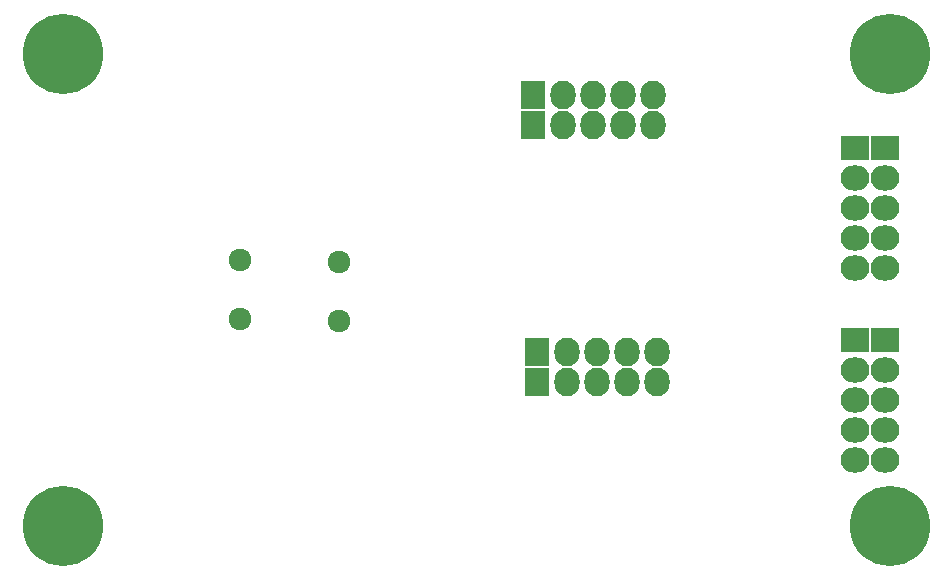
<source format=gbr>
G04 #@! TF.FileFunction,Soldermask,Bot*
%FSLAX46Y46*%
G04 Gerber Fmt 4.6, Leading zero omitted, Abs format (unit mm)*
G04 Created by KiCad (PCBNEW 4.0.5+dfsg1-4) date Wed May  3 19:23:34 2017*
%MOMM*%
%LPD*%
G01*
G04 APERTURE LIST*
%ADD10C,0.100000*%
%ADD11C,6.800000*%
%ADD12R,2.127200X2.432000*%
%ADD13O,2.127200X2.432000*%
%ADD14R,2.432000X2.127200*%
%ADD15O,2.432000X2.127200*%
%ADD16C,1.924000*%
G04 APERTURE END LIST*
D10*
D11*
X182000000Y-126000000D03*
D12*
X151765000Y-89535000D03*
D13*
X154305000Y-89535000D03*
X156845000Y-89535000D03*
X159385000Y-89535000D03*
X161925000Y-89535000D03*
D12*
X151765000Y-92075000D03*
D13*
X154305000Y-92075000D03*
X156845000Y-92075000D03*
X159385000Y-92075000D03*
X161925000Y-92075000D03*
D14*
X179070000Y-93980000D03*
D15*
X179070000Y-96520000D03*
X179070000Y-99060000D03*
X179070000Y-101600000D03*
X179070000Y-104140000D03*
D14*
X181610000Y-93980000D03*
D15*
X181610000Y-96520000D03*
X181610000Y-99060000D03*
X181610000Y-101600000D03*
X181610000Y-104140000D03*
D16*
X127000000Y-103500000D03*
X127000000Y-108500000D03*
X135382000Y-103672000D03*
X135382000Y-108672000D03*
D14*
X181627000Y-110252000D03*
D15*
X181627000Y-112792000D03*
X181627000Y-115332000D03*
X181627000Y-117872000D03*
X181627000Y-120412000D03*
D14*
X179087000Y-110252000D03*
D15*
X179087000Y-112792000D03*
X179087000Y-115332000D03*
X179087000Y-117872000D03*
X179087000Y-120412000D03*
D12*
X152146000Y-111252000D03*
D13*
X154686000Y-111252000D03*
X157226000Y-111252000D03*
X159766000Y-111252000D03*
X162306000Y-111252000D03*
D12*
X152146000Y-113792000D03*
D13*
X154686000Y-113792000D03*
X157226000Y-113792000D03*
X159766000Y-113792000D03*
X162306000Y-113792000D03*
D11*
X112000000Y-86000000D03*
X112000000Y-126000000D03*
X182000000Y-86000000D03*
M02*

</source>
